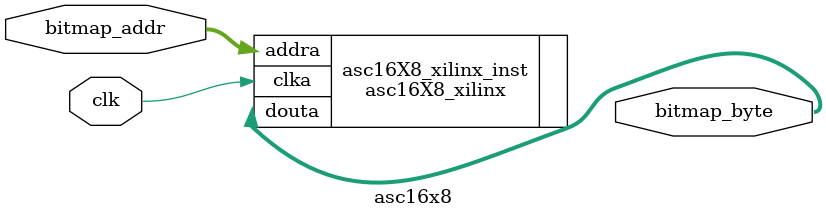
<source format=v>
module asc16x8 (
   input  wire        clk,
   input  wire [10:0]  bitmap_addr,
   output wire  [7:0]  bitmap_byte 
);


`ifdef SIM 
   reg [7:0]   bitmap_reg [ 0 : 2047 ] ; 
   reg         bitmap_byte_r ; 

   assign   bitmap_byte =  bitmap_byte_r ;   
   initial begin 
      $readmemh("../rtl/asc16x8.mem", bitmap_reg, 0, 2047 ) ;    
   end 

   always @( posedge clk ) begin  
      bitmap_byte_r <= bitmap_reg[ bitmap_addr] ;  
   end 
`else 
   
   asc16X8_xilinx asc16X8_xilinx_inst (
     .clka     (  clk         ), // input clka
     .addra    (  bitmap_addr ), // input [10 : 0] addra
     .douta    (  bitmap_byte )  // output [7 : 0] douta
   );


`endif 



endmodule   
/*******************************************************************************
*     This file is owned and controlled by Xilinx and must be used solely      *
*     for design, simulation, implementation and creation of design files      *
*     limited to Xilinx devices or technologies. Use with non-Xilinx           *
*     devices or technologies is expressly prohibited and immediately          *
*     terminates your license.                                                 *
*                                                                              *
*     XILINX IS PROVIDING THIS DESIGN, CODE, OR INFORMATION "AS IS" SOLELY     *
*     FOR USE IN DEVELOPING PROGRAMS AND SOLUTIONS FOR XILINX DEVICES.  BY     *
*     PROVIDING THIS DESIGN, CODE, OR INFORMATION AS ONE POSSIBLE              *
*     IMPLEMENTATION OF THIS FEATURE, APPLICATION OR STANDARD, XILINX IS       *
*     MAKING NO REPRESENTATION THAT THIS IMPLEMENTATION IS FREE FROM ANY       *
*     CLAIMS OF INFRINGEMENT, AND YOU ARE RESPONSIBLE FOR OBTAINING ANY        *
*     RIGHTS YOU MAY REQUIRE FOR YOUR IMPLEMENTATION.  XILINX EXPRESSLY        *
*     DISCLAIMS ANY WARRANTY WHATSOEVER WITH RESPECT TO THE ADEQUACY OF THE    *
*     IMPLEMENTATION, INCLUDING BUT NOT LIMITED TO ANY WARRANTIES OR           *
*     REPRESENTATIONS THAT THIS IMPLEMENTATION IS FREE FROM CLAIMS OF          *
*     INFRINGEMENT, IMPLIED WARRANTIES OF MERCHANTABILITY AND FITNESS FOR A    *
*     PARTICULAR PURPOSE.                                                      *
*                                                                              *
*     Xilinx products are not intended for use in life support appliances,     *
*     devices, or systems.  Use in such applications are expressly             *
*     prohibited.                                                              *
*                                                                              *
*     (c) Copyright 1995-2014 Xilinx, Inc.                                     *
*     All rights reserved.                                                     *
*******************************************************************************/

/*******************************************************************************
*     Generated from core with identifier: xilinx.com:ip:blk_mem_gen:7.3       *
*                                                                              *
*     The Xilinx LogiCORE IP Block Memory Generator replaces the Dual Port     *
*     Block Memory and Single Port Block Memory LogiCOREs, but is not a        *
*     direct drop-in replacement.  It should be used in all new Xilinx         *
*     designs. The core supports RAM and ROM functions over a wide range of    *
*     widths and depths. Use this core to generate block memories with         *
*     symmetric or asymmetric read and write port widths, as well as cores     *
*     which can perform simultaneous write operations to separate              *
*     locations, and simultaneous read operations from the same location.      *
*     For more information on differences in interface and feature support     *
*     between this core and the Dual Port Block Memory and Single Port         *
*     Block Memory LogiCOREs, please consult the data sheet.                   *
*******************************************************************************/

// The following must be inserted into your Verilog file for this
// core to be instantiated. Change the instance name and port connections
// (in parentheses) to your own signal names.

//----------- Begin Cut here for INSTANTIATION Template ---// INST_TAG
// INST_TAG_END ------ End INSTANTIATION Template ---------

// You must compile the wrapper file asc16X8_xilinx.v when simulating
// the core, asc16X8_xilinx. When compiling the wrapper file, be sure to
// reference the XilinxCoreLib Verilog simulation library. For detailed
// instructions, please refer to the "CORE Generator Help".


</source>
